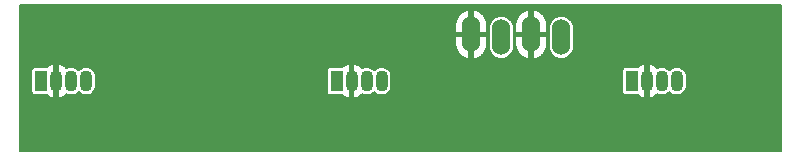
<source format=gbr>
G04 #@! TF.GenerationSoftware,KiCad,Pcbnew,(5.1.2)-2*
G04 #@! TF.CreationDate,2019-12-19T20:04:36-08:00*
G04 #@! TF.ProjectId,led_daughterboard,6c65645f-6461-4756-9768-746572626f61,rev?*
G04 #@! TF.SameCoordinates,Original*
G04 #@! TF.FileFunction,Copper,L2,Bot*
G04 #@! TF.FilePolarity,Positive*
%FSLAX46Y46*%
G04 Gerber Fmt 4.6, Leading zero omitted, Abs format (unit mm)*
G04 Created by KiCad (PCBNEW (5.1.2)-2) date 2019-12-19 20:04:36*
%MOMM*%
%LPD*%
G04 APERTURE LIST*
%ADD10O,1.524000X3.048000*%
%ADD11O,1.070000X1.800000*%
%ADD12R,1.070000X1.800000*%
%ADD13C,0.800000*%
%ADD14C,0.200000*%
G04 APERTURE END LIST*
D10*
X153270000Y-88654000D03*
X150730000Y-88400000D03*
X148190000Y-88654000D03*
X145650000Y-88400000D03*
D11*
X163060000Y-92350000D03*
X161790000Y-92350000D03*
X160520000Y-92350000D03*
D12*
X159250000Y-92350000D03*
D11*
X138060000Y-92350000D03*
X136790000Y-92350000D03*
X135520000Y-92350000D03*
D12*
X134250000Y-92350000D03*
D11*
X113060000Y-92350000D03*
X111790000Y-92350000D03*
X110520000Y-92350000D03*
D12*
X109250000Y-92350000D03*
D13*
X136875000Y-90625000D03*
X130525000Y-92150000D03*
X121275000Y-92000000D03*
X168900000Y-92250000D03*
X155500000Y-90825000D03*
D14*
G36*
X171925001Y-98275000D02*
G01*
X107475000Y-98275000D01*
X107475000Y-91450000D01*
X108413549Y-91450000D01*
X108413549Y-93250000D01*
X108419341Y-93308810D01*
X108436496Y-93365360D01*
X108464353Y-93417477D01*
X108501842Y-93463158D01*
X108547523Y-93500647D01*
X108599640Y-93528504D01*
X108656190Y-93545659D01*
X108715000Y-93551451D01*
X109734021Y-93551451D01*
X109820671Y-93632117D01*
X110013029Y-93750927D01*
X110190722Y-93809543D01*
X110366000Y-93693961D01*
X110366000Y-92504000D01*
X110346000Y-92504000D01*
X110346000Y-92196000D01*
X110366000Y-92196000D01*
X110366000Y-91006039D01*
X110674000Y-91006039D01*
X110674000Y-92196000D01*
X110694000Y-92196000D01*
X110694000Y-92504000D01*
X110674000Y-92504000D01*
X110674000Y-93693961D01*
X110849278Y-93809543D01*
X111026971Y-93750927D01*
X111219329Y-93632117D01*
X111384812Y-93478063D01*
X111401909Y-93454357D01*
X111468914Y-93490172D01*
X111626312Y-93537918D01*
X111790000Y-93554040D01*
X111953689Y-93537918D01*
X112111087Y-93490172D01*
X112256146Y-93412636D01*
X112383291Y-93308291D01*
X112425001Y-93257468D01*
X112466710Y-93308291D01*
X112593855Y-93412636D01*
X112738914Y-93490172D01*
X112896312Y-93537918D01*
X113060000Y-93554040D01*
X113223689Y-93537918D01*
X113381087Y-93490172D01*
X113526146Y-93412636D01*
X113653291Y-93308291D01*
X113757636Y-93181146D01*
X113835172Y-93036087D01*
X113882918Y-92878689D01*
X113895000Y-92756019D01*
X113895000Y-91943981D01*
X113882918Y-91821311D01*
X113835172Y-91663913D01*
X113757636Y-91518854D01*
X113701130Y-91450000D01*
X133413549Y-91450000D01*
X133413549Y-93250000D01*
X133419341Y-93308810D01*
X133436496Y-93365360D01*
X133464353Y-93417477D01*
X133501842Y-93463158D01*
X133547523Y-93500647D01*
X133599640Y-93528504D01*
X133656190Y-93545659D01*
X133715000Y-93551451D01*
X134734021Y-93551451D01*
X134820671Y-93632117D01*
X135013029Y-93750927D01*
X135190722Y-93809543D01*
X135366000Y-93693961D01*
X135366000Y-92504000D01*
X135346000Y-92504000D01*
X135346000Y-92196000D01*
X135366000Y-92196000D01*
X135366000Y-91006039D01*
X135674000Y-91006039D01*
X135674000Y-92196000D01*
X135694000Y-92196000D01*
X135694000Y-92504000D01*
X135674000Y-92504000D01*
X135674000Y-93693961D01*
X135849278Y-93809543D01*
X136026971Y-93750927D01*
X136219329Y-93632117D01*
X136384812Y-93478063D01*
X136401909Y-93454357D01*
X136468914Y-93490172D01*
X136626312Y-93537918D01*
X136790000Y-93554040D01*
X136953689Y-93537918D01*
X137111087Y-93490172D01*
X137256146Y-93412636D01*
X137383291Y-93308291D01*
X137425001Y-93257468D01*
X137466710Y-93308291D01*
X137593855Y-93412636D01*
X137738914Y-93490172D01*
X137896312Y-93537918D01*
X138060000Y-93554040D01*
X138223689Y-93537918D01*
X138381087Y-93490172D01*
X138526146Y-93412636D01*
X138653291Y-93308291D01*
X138757636Y-93181146D01*
X138835172Y-93036087D01*
X138882918Y-92878689D01*
X138895000Y-92756019D01*
X138895000Y-91943981D01*
X138882918Y-91821311D01*
X138835172Y-91663913D01*
X138757636Y-91518854D01*
X138701130Y-91450000D01*
X158413549Y-91450000D01*
X158413549Y-93250000D01*
X158419341Y-93308810D01*
X158436496Y-93365360D01*
X158464353Y-93417477D01*
X158501842Y-93463158D01*
X158547523Y-93500647D01*
X158599640Y-93528504D01*
X158656190Y-93545659D01*
X158715000Y-93551451D01*
X159734021Y-93551451D01*
X159820671Y-93632117D01*
X160013029Y-93750927D01*
X160190722Y-93809543D01*
X160366000Y-93693961D01*
X160366000Y-92504000D01*
X160346000Y-92504000D01*
X160346000Y-92196000D01*
X160366000Y-92196000D01*
X160366000Y-91006039D01*
X160674000Y-91006039D01*
X160674000Y-92196000D01*
X160694000Y-92196000D01*
X160694000Y-92504000D01*
X160674000Y-92504000D01*
X160674000Y-93693961D01*
X160849278Y-93809543D01*
X161026971Y-93750927D01*
X161219329Y-93632117D01*
X161384812Y-93478063D01*
X161401909Y-93454357D01*
X161468914Y-93490172D01*
X161626312Y-93537918D01*
X161790000Y-93554040D01*
X161953689Y-93537918D01*
X162111087Y-93490172D01*
X162256146Y-93412636D01*
X162383291Y-93308291D01*
X162425001Y-93257468D01*
X162466710Y-93308291D01*
X162593855Y-93412636D01*
X162738914Y-93490172D01*
X162896312Y-93537918D01*
X163060000Y-93554040D01*
X163223689Y-93537918D01*
X163381087Y-93490172D01*
X163526146Y-93412636D01*
X163653291Y-93308291D01*
X163757636Y-93181146D01*
X163835172Y-93036087D01*
X163882918Y-92878689D01*
X163895000Y-92756019D01*
X163895000Y-91943981D01*
X163882918Y-91821311D01*
X163835172Y-91663913D01*
X163757636Y-91518854D01*
X163653291Y-91391709D01*
X163526145Y-91287364D01*
X163381086Y-91209828D01*
X163223688Y-91162082D01*
X163060000Y-91145960D01*
X162896311Y-91162082D01*
X162738913Y-91209828D01*
X162593854Y-91287364D01*
X162466709Y-91391709D01*
X162425000Y-91442532D01*
X162383291Y-91391709D01*
X162256145Y-91287364D01*
X162111086Y-91209828D01*
X161953688Y-91162082D01*
X161790000Y-91145960D01*
X161626311Y-91162082D01*
X161468913Y-91209828D01*
X161401908Y-91245643D01*
X161384812Y-91221937D01*
X161219329Y-91067883D01*
X161026971Y-90949073D01*
X160849278Y-90890457D01*
X160674000Y-91006039D01*
X160366000Y-91006039D01*
X160190722Y-90890457D01*
X160013029Y-90949073D01*
X159820671Y-91067883D01*
X159734021Y-91148549D01*
X158715000Y-91148549D01*
X158656190Y-91154341D01*
X158599640Y-91171496D01*
X158547523Y-91199353D01*
X158501842Y-91236842D01*
X158464353Y-91282523D01*
X158436496Y-91334640D01*
X158419341Y-91391190D01*
X158413549Y-91450000D01*
X138701130Y-91450000D01*
X138653291Y-91391709D01*
X138526145Y-91287364D01*
X138381086Y-91209828D01*
X138223688Y-91162082D01*
X138060000Y-91145960D01*
X137896311Y-91162082D01*
X137738913Y-91209828D01*
X137593854Y-91287364D01*
X137466709Y-91391709D01*
X137425000Y-91442532D01*
X137383291Y-91391709D01*
X137256145Y-91287364D01*
X137111086Y-91209828D01*
X136953688Y-91162082D01*
X136790000Y-91145960D01*
X136626311Y-91162082D01*
X136468913Y-91209828D01*
X136401908Y-91245643D01*
X136384812Y-91221937D01*
X136219329Y-91067883D01*
X136026971Y-90949073D01*
X135849278Y-90890457D01*
X135674000Y-91006039D01*
X135366000Y-91006039D01*
X135190722Y-90890457D01*
X135013029Y-90949073D01*
X134820671Y-91067883D01*
X134734021Y-91148549D01*
X133715000Y-91148549D01*
X133656190Y-91154341D01*
X133599640Y-91171496D01*
X133547523Y-91199353D01*
X133501842Y-91236842D01*
X133464353Y-91282523D01*
X133436496Y-91334640D01*
X133419341Y-91391190D01*
X133413549Y-91450000D01*
X113701130Y-91450000D01*
X113653291Y-91391709D01*
X113526145Y-91287364D01*
X113381086Y-91209828D01*
X113223688Y-91162082D01*
X113060000Y-91145960D01*
X112896311Y-91162082D01*
X112738913Y-91209828D01*
X112593854Y-91287364D01*
X112466709Y-91391709D01*
X112425000Y-91442532D01*
X112383291Y-91391709D01*
X112256145Y-91287364D01*
X112111086Y-91209828D01*
X111953688Y-91162082D01*
X111790000Y-91145960D01*
X111626311Y-91162082D01*
X111468913Y-91209828D01*
X111401908Y-91245643D01*
X111384812Y-91221937D01*
X111219329Y-91067883D01*
X111026971Y-90949073D01*
X110849278Y-90890457D01*
X110674000Y-91006039D01*
X110366000Y-91006039D01*
X110190722Y-90890457D01*
X110013029Y-90949073D01*
X109820671Y-91067883D01*
X109734021Y-91148549D01*
X108715000Y-91148549D01*
X108656190Y-91154341D01*
X108599640Y-91171496D01*
X108547523Y-91199353D01*
X108501842Y-91236842D01*
X108464353Y-91282523D01*
X108436496Y-91334640D01*
X108419341Y-91391190D01*
X108413549Y-91450000D01*
X107475000Y-91450000D01*
X107475000Y-88554000D01*
X144280000Y-88554000D01*
X144280000Y-89316000D01*
X144336368Y-89580315D01*
X144443218Y-89828554D01*
X144596444Y-90051178D01*
X144790158Y-90239631D01*
X145016915Y-90386671D01*
X145284939Y-90482466D01*
X145496000Y-90370225D01*
X145496000Y-88554000D01*
X145804000Y-88554000D01*
X145804000Y-90370225D01*
X146015061Y-90482466D01*
X146283085Y-90386671D01*
X146509842Y-90239631D01*
X146703556Y-90051178D01*
X146856782Y-89828554D01*
X146963632Y-89580315D01*
X147020000Y-89316000D01*
X147020000Y-88554000D01*
X145804000Y-88554000D01*
X145496000Y-88554000D01*
X144280000Y-88554000D01*
X107475000Y-88554000D01*
X107475000Y-87484000D01*
X144280000Y-87484000D01*
X144280000Y-88246000D01*
X145496000Y-88246000D01*
X145496000Y-86429775D01*
X145804000Y-86429775D01*
X145804000Y-88246000D01*
X147020000Y-88246000D01*
X147020000Y-87839834D01*
X147128000Y-87839834D01*
X147128000Y-89468165D01*
X147143367Y-89624187D01*
X147204093Y-89824375D01*
X147302707Y-90008870D01*
X147435419Y-90170581D01*
X147597130Y-90303293D01*
X147781624Y-90401907D01*
X147981812Y-90462633D01*
X148190000Y-90483138D01*
X148398187Y-90462633D01*
X148598375Y-90401907D01*
X148782870Y-90303293D01*
X148944581Y-90170581D01*
X149077293Y-90008870D01*
X149175907Y-89824376D01*
X149236633Y-89624188D01*
X149252000Y-89468166D01*
X149252000Y-88554000D01*
X149360000Y-88554000D01*
X149360000Y-89316000D01*
X149416368Y-89580315D01*
X149523218Y-89828554D01*
X149676444Y-90051178D01*
X149870158Y-90239631D01*
X150096915Y-90386671D01*
X150364939Y-90482466D01*
X150576000Y-90370225D01*
X150576000Y-88554000D01*
X150884000Y-88554000D01*
X150884000Y-90370225D01*
X151095061Y-90482466D01*
X151363085Y-90386671D01*
X151589842Y-90239631D01*
X151783556Y-90051178D01*
X151936782Y-89828554D01*
X152043632Y-89580315D01*
X152100000Y-89316000D01*
X152100000Y-88554000D01*
X150884000Y-88554000D01*
X150576000Y-88554000D01*
X149360000Y-88554000D01*
X149252000Y-88554000D01*
X149252000Y-87839834D01*
X149236633Y-87683812D01*
X149176022Y-87484000D01*
X149360000Y-87484000D01*
X149360000Y-88246000D01*
X150576000Y-88246000D01*
X150576000Y-86429775D01*
X150884000Y-86429775D01*
X150884000Y-88246000D01*
X152100000Y-88246000D01*
X152100000Y-87839834D01*
X152208000Y-87839834D01*
X152208000Y-89468165D01*
X152223367Y-89624187D01*
X152284093Y-89824375D01*
X152382707Y-90008870D01*
X152515419Y-90170581D01*
X152677130Y-90303293D01*
X152861624Y-90401907D01*
X153061812Y-90462633D01*
X153270000Y-90483138D01*
X153478187Y-90462633D01*
X153678375Y-90401907D01*
X153862870Y-90303293D01*
X154024581Y-90170581D01*
X154157293Y-90008870D01*
X154255907Y-89824376D01*
X154316633Y-89624188D01*
X154332000Y-89468166D01*
X154332000Y-87839834D01*
X154316633Y-87683812D01*
X154255907Y-87483624D01*
X154157293Y-87299130D01*
X154024581Y-87137419D01*
X153862870Y-87004707D01*
X153678376Y-86906093D01*
X153478188Y-86845367D01*
X153270000Y-86824862D01*
X153061813Y-86845367D01*
X152861625Y-86906093D01*
X152677131Y-87004707D01*
X152515420Y-87137419D01*
X152382708Y-87299130D01*
X152284094Y-87483624D01*
X152223368Y-87683812D01*
X152208000Y-87839834D01*
X152100000Y-87839834D01*
X152100000Y-87484000D01*
X152043632Y-87219685D01*
X151936782Y-86971446D01*
X151783556Y-86748822D01*
X151589842Y-86560369D01*
X151363085Y-86413329D01*
X151095061Y-86317534D01*
X150884000Y-86429775D01*
X150576000Y-86429775D01*
X150364939Y-86317534D01*
X150096915Y-86413329D01*
X149870158Y-86560369D01*
X149676444Y-86748822D01*
X149523218Y-86971446D01*
X149416368Y-87219685D01*
X149360000Y-87484000D01*
X149176022Y-87484000D01*
X149175907Y-87483624D01*
X149077293Y-87299130D01*
X148944581Y-87137419D01*
X148782870Y-87004707D01*
X148598376Y-86906093D01*
X148398188Y-86845367D01*
X148190000Y-86824862D01*
X147981813Y-86845367D01*
X147781625Y-86906093D01*
X147597131Y-87004707D01*
X147435420Y-87137419D01*
X147302708Y-87299130D01*
X147204094Y-87483624D01*
X147143368Y-87683812D01*
X147128000Y-87839834D01*
X147020000Y-87839834D01*
X147020000Y-87484000D01*
X146963632Y-87219685D01*
X146856782Y-86971446D01*
X146703556Y-86748822D01*
X146509842Y-86560369D01*
X146283085Y-86413329D01*
X146015061Y-86317534D01*
X145804000Y-86429775D01*
X145496000Y-86429775D01*
X145284939Y-86317534D01*
X145016915Y-86413329D01*
X144790158Y-86560369D01*
X144596444Y-86748822D01*
X144443218Y-86971446D01*
X144336368Y-87219685D01*
X144280000Y-87484000D01*
X107475000Y-87484000D01*
X107475000Y-85900000D01*
X171925000Y-85900000D01*
X171925001Y-98275000D01*
X171925001Y-98275000D01*
G37*
X171925001Y-98275000D02*
X107475000Y-98275000D01*
X107475000Y-91450000D01*
X108413549Y-91450000D01*
X108413549Y-93250000D01*
X108419341Y-93308810D01*
X108436496Y-93365360D01*
X108464353Y-93417477D01*
X108501842Y-93463158D01*
X108547523Y-93500647D01*
X108599640Y-93528504D01*
X108656190Y-93545659D01*
X108715000Y-93551451D01*
X109734021Y-93551451D01*
X109820671Y-93632117D01*
X110013029Y-93750927D01*
X110190722Y-93809543D01*
X110366000Y-93693961D01*
X110366000Y-92504000D01*
X110346000Y-92504000D01*
X110346000Y-92196000D01*
X110366000Y-92196000D01*
X110366000Y-91006039D01*
X110674000Y-91006039D01*
X110674000Y-92196000D01*
X110694000Y-92196000D01*
X110694000Y-92504000D01*
X110674000Y-92504000D01*
X110674000Y-93693961D01*
X110849278Y-93809543D01*
X111026971Y-93750927D01*
X111219329Y-93632117D01*
X111384812Y-93478063D01*
X111401909Y-93454357D01*
X111468914Y-93490172D01*
X111626312Y-93537918D01*
X111790000Y-93554040D01*
X111953689Y-93537918D01*
X112111087Y-93490172D01*
X112256146Y-93412636D01*
X112383291Y-93308291D01*
X112425001Y-93257468D01*
X112466710Y-93308291D01*
X112593855Y-93412636D01*
X112738914Y-93490172D01*
X112896312Y-93537918D01*
X113060000Y-93554040D01*
X113223689Y-93537918D01*
X113381087Y-93490172D01*
X113526146Y-93412636D01*
X113653291Y-93308291D01*
X113757636Y-93181146D01*
X113835172Y-93036087D01*
X113882918Y-92878689D01*
X113895000Y-92756019D01*
X113895000Y-91943981D01*
X113882918Y-91821311D01*
X113835172Y-91663913D01*
X113757636Y-91518854D01*
X113701130Y-91450000D01*
X133413549Y-91450000D01*
X133413549Y-93250000D01*
X133419341Y-93308810D01*
X133436496Y-93365360D01*
X133464353Y-93417477D01*
X133501842Y-93463158D01*
X133547523Y-93500647D01*
X133599640Y-93528504D01*
X133656190Y-93545659D01*
X133715000Y-93551451D01*
X134734021Y-93551451D01*
X134820671Y-93632117D01*
X135013029Y-93750927D01*
X135190722Y-93809543D01*
X135366000Y-93693961D01*
X135366000Y-92504000D01*
X135346000Y-92504000D01*
X135346000Y-92196000D01*
X135366000Y-92196000D01*
X135366000Y-91006039D01*
X135674000Y-91006039D01*
X135674000Y-92196000D01*
X135694000Y-92196000D01*
X135694000Y-92504000D01*
X135674000Y-92504000D01*
X135674000Y-93693961D01*
X135849278Y-93809543D01*
X136026971Y-93750927D01*
X136219329Y-93632117D01*
X136384812Y-93478063D01*
X136401909Y-93454357D01*
X136468914Y-93490172D01*
X136626312Y-93537918D01*
X136790000Y-93554040D01*
X136953689Y-93537918D01*
X137111087Y-93490172D01*
X137256146Y-93412636D01*
X137383291Y-93308291D01*
X137425001Y-93257468D01*
X137466710Y-93308291D01*
X137593855Y-93412636D01*
X137738914Y-93490172D01*
X137896312Y-93537918D01*
X138060000Y-93554040D01*
X138223689Y-93537918D01*
X138381087Y-93490172D01*
X138526146Y-93412636D01*
X138653291Y-93308291D01*
X138757636Y-93181146D01*
X138835172Y-93036087D01*
X138882918Y-92878689D01*
X138895000Y-92756019D01*
X138895000Y-91943981D01*
X138882918Y-91821311D01*
X138835172Y-91663913D01*
X138757636Y-91518854D01*
X138701130Y-91450000D01*
X158413549Y-91450000D01*
X158413549Y-93250000D01*
X158419341Y-93308810D01*
X158436496Y-93365360D01*
X158464353Y-93417477D01*
X158501842Y-93463158D01*
X158547523Y-93500647D01*
X158599640Y-93528504D01*
X158656190Y-93545659D01*
X158715000Y-93551451D01*
X159734021Y-93551451D01*
X159820671Y-93632117D01*
X160013029Y-93750927D01*
X160190722Y-93809543D01*
X160366000Y-93693961D01*
X160366000Y-92504000D01*
X160346000Y-92504000D01*
X160346000Y-92196000D01*
X160366000Y-92196000D01*
X160366000Y-91006039D01*
X160674000Y-91006039D01*
X160674000Y-92196000D01*
X160694000Y-92196000D01*
X160694000Y-92504000D01*
X160674000Y-92504000D01*
X160674000Y-93693961D01*
X160849278Y-93809543D01*
X161026971Y-93750927D01*
X161219329Y-93632117D01*
X161384812Y-93478063D01*
X161401909Y-93454357D01*
X161468914Y-93490172D01*
X161626312Y-93537918D01*
X161790000Y-93554040D01*
X161953689Y-93537918D01*
X162111087Y-93490172D01*
X162256146Y-93412636D01*
X162383291Y-93308291D01*
X162425001Y-93257468D01*
X162466710Y-93308291D01*
X162593855Y-93412636D01*
X162738914Y-93490172D01*
X162896312Y-93537918D01*
X163060000Y-93554040D01*
X163223689Y-93537918D01*
X163381087Y-93490172D01*
X163526146Y-93412636D01*
X163653291Y-93308291D01*
X163757636Y-93181146D01*
X163835172Y-93036087D01*
X163882918Y-92878689D01*
X163895000Y-92756019D01*
X163895000Y-91943981D01*
X163882918Y-91821311D01*
X163835172Y-91663913D01*
X163757636Y-91518854D01*
X163653291Y-91391709D01*
X163526145Y-91287364D01*
X163381086Y-91209828D01*
X163223688Y-91162082D01*
X163060000Y-91145960D01*
X162896311Y-91162082D01*
X162738913Y-91209828D01*
X162593854Y-91287364D01*
X162466709Y-91391709D01*
X162425000Y-91442532D01*
X162383291Y-91391709D01*
X162256145Y-91287364D01*
X162111086Y-91209828D01*
X161953688Y-91162082D01*
X161790000Y-91145960D01*
X161626311Y-91162082D01*
X161468913Y-91209828D01*
X161401908Y-91245643D01*
X161384812Y-91221937D01*
X161219329Y-91067883D01*
X161026971Y-90949073D01*
X160849278Y-90890457D01*
X160674000Y-91006039D01*
X160366000Y-91006039D01*
X160190722Y-90890457D01*
X160013029Y-90949073D01*
X159820671Y-91067883D01*
X159734021Y-91148549D01*
X158715000Y-91148549D01*
X158656190Y-91154341D01*
X158599640Y-91171496D01*
X158547523Y-91199353D01*
X158501842Y-91236842D01*
X158464353Y-91282523D01*
X158436496Y-91334640D01*
X158419341Y-91391190D01*
X158413549Y-91450000D01*
X138701130Y-91450000D01*
X138653291Y-91391709D01*
X138526145Y-91287364D01*
X138381086Y-91209828D01*
X138223688Y-91162082D01*
X138060000Y-91145960D01*
X137896311Y-91162082D01*
X137738913Y-91209828D01*
X137593854Y-91287364D01*
X137466709Y-91391709D01*
X137425000Y-91442532D01*
X137383291Y-91391709D01*
X137256145Y-91287364D01*
X137111086Y-91209828D01*
X136953688Y-91162082D01*
X136790000Y-91145960D01*
X136626311Y-91162082D01*
X136468913Y-91209828D01*
X136401908Y-91245643D01*
X136384812Y-91221937D01*
X136219329Y-91067883D01*
X136026971Y-90949073D01*
X135849278Y-90890457D01*
X135674000Y-91006039D01*
X135366000Y-91006039D01*
X135190722Y-90890457D01*
X135013029Y-90949073D01*
X134820671Y-91067883D01*
X134734021Y-91148549D01*
X133715000Y-91148549D01*
X133656190Y-91154341D01*
X133599640Y-91171496D01*
X133547523Y-91199353D01*
X133501842Y-91236842D01*
X133464353Y-91282523D01*
X133436496Y-91334640D01*
X133419341Y-91391190D01*
X133413549Y-91450000D01*
X113701130Y-91450000D01*
X113653291Y-91391709D01*
X113526145Y-91287364D01*
X113381086Y-91209828D01*
X113223688Y-91162082D01*
X113060000Y-91145960D01*
X112896311Y-91162082D01*
X112738913Y-91209828D01*
X112593854Y-91287364D01*
X112466709Y-91391709D01*
X112425000Y-91442532D01*
X112383291Y-91391709D01*
X112256145Y-91287364D01*
X112111086Y-91209828D01*
X111953688Y-91162082D01*
X111790000Y-91145960D01*
X111626311Y-91162082D01*
X111468913Y-91209828D01*
X111401908Y-91245643D01*
X111384812Y-91221937D01*
X111219329Y-91067883D01*
X111026971Y-90949073D01*
X110849278Y-90890457D01*
X110674000Y-91006039D01*
X110366000Y-91006039D01*
X110190722Y-90890457D01*
X110013029Y-90949073D01*
X109820671Y-91067883D01*
X109734021Y-91148549D01*
X108715000Y-91148549D01*
X108656190Y-91154341D01*
X108599640Y-91171496D01*
X108547523Y-91199353D01*
X108501842Y-91236842D01*
X108464353Y-91282523D01*
X108436496Y-91334640D01*
X108419341Y-91391190D01*
X108413549Y-91450000D01*
X107475000Y-91450000D01*
X107475000Y-88554000D01*
X144280000Y-88554000D01*
X144280000Y-89316000D01*
X144336368Y-89580315D01*
X144443218Y-89828554D01*
X144596444Y-90051178D01*
X144790158Y-90239631D01*
X145016915Y-90386671D01*
X145284939Y-90482466D01*
X145496000Y-90370225D01*
X145496000Y-88554000D01*
X145804000Y-88554000D01*
X145804000Y-90370225D01*
X146015061Y-90482466D01*
X146283085Y-90386671D01*
X146509842Y-90239631D01*
X146703556Y-90051178D01*
X146856782Y-89828554D01*
X146963632Y-89580315D01*
X147020000Y-89316000D01*
X147020000Y-88554000D01*
X145804000Y-88554000D01*
X145496000Y-88554000D01*
X144280000Y-88554000D01*
X107475000Y-88554000D01*
X107475000Y-87484000D01*
X144280000Y-87484000D01*
X144280000Y-88246000D01*
X145496000Y-88246000D01*
X145496000Y-86429775D01*
X145804000Y-86429775D01*
X145804000Y-88246000D01*
X147020000Y-88246000D01*
X147020000Y-87839834D01*
X147128000Y-87839834D01*
X147128000Y-89468165D01*
X147143367Y-89624187D01*
X147204093Y-89824375D01*
X147302707Y-90008870D01*
X147435419Y-90170581D01*
X147597130Y-90303293D01*
X147781624Y-90401907D01*
X147981812Y-90462633D01*
X148190000Y-90483138D01*
X148398187Y-90462633D01*
X148598375Y-90401907D01*
X148782870Y-90303293D01*
X148944581Y-90170581D01*
X149077293Y-90008870D01*
X149175907Y-89824376D01*
X149236633Y-89624188D01*
X149252000Y-89468166D01*
X149252000Y-88554000D01*
X149360000Y-88554000D01*
X149360000Y-89316000D01*
X149416368Y-89580315D01*
X149523218Y-89828554D01*
X149676444Y-90051178D01*
X149870158Y-90239631D01*
X150096915Y-90386671D01*
X150364939Y-90482466D01*
X150576000Y-90370225D01*
X150576000Y-88554000D01*
X150884000Y-88554000D01*
X150884000Y-90370225D01*
X151095061Y-90482466D01*
X151363085Y-90386671D01*
X151589842Y-90239631D01*
X151783556Y-90051178D01*
X151936782Y-89828554D01*
X152043632Y-89580315D01*
X152100000Y-89316000D01*
X152100000Y-88554000D01*
X150884000Y-88554000D01*
X150576000Y-88554000D01*
X149360000Y-88554000D01*
X149252000Y-88554000D01*
X149252000Y-87839834D01*
X149236633Y-87683812D01*
X149176022Y-87484000D01*
X149360000Y-87484000D01*
X149360000Y-88246000D01*
X150576000Y-88246000D01*
X150576000Y-86429775D01*
X150884000Y-86429775D01*
X150884000Y-88246000D01*
X152100000Y-88246000D01*
X152100000Y-87839834D01*
X152208000Y-87839834D01*
X152208000Y-89468165D01*
X152223367Y-89624187D01*
X152284093Y-89824375D01*
X152382707Y-90008870D01*
X152515419Y-90170581D01*
X152677130Y-90303293D01*
X152861624Y-90401907D01*
X153061812Y-90462633D01*
X153270000Y-90483138D01*
X153478187Y-90462633D01*
X153678375Y-90401907D01*
X153862870Y-90303293D01*
X154024581Y-90170581D01*
X154157293Y-90008870D01*
X154255907Y-89824376D01*
X154316633Y-89624188D01*
X154332000Y-89468166D01*
X154332000Y-87839834D01*
X154316633Y-87683812D01*
X154255907Y-87483624D01*
X154157293Y-87299130D01*
X154024581Y-87137419D01*
X153862870Y-87004707D01*
X153678376Y-86906093D01*
X153478188Y-86845367D01*
X153270000Y-86824862D01*
X153061813Y-86845367D01*
X152861625Y-86906093D01*
X152677131Y-87004707D01*
X152515420Y-87137419D01*
X152382708Y-87299130D01*
X152284094Y-87483624D01*
X152223368Y-87683812D01*
X152208000Y-87839834D01*
X152100000Y-87839834D01*
X152100000Y-87484000D01*
X152043632Y-87219685D01*
X151936782Y-86971446D01*
X151783556Y-86748822D01*
X151589842Y-86560369D01*
X151363085Y-86413329D01*
X151095061Y-86317534D01*
X150884000Y-86429775D01*
X150576000Y-86429775D01*
X150364939Y-86317534D01*
X150096915Y-86413329D01*
X149870158Y-86560369D01*
X149676444Y-86748822D01*
X149523218Y-86971446D01*
X149416368Y-87219685D01*
X149360000Y-87484000D01*
X149176022Y-87484000D01*
X149175907Y-87483624D01*
X149077293Y-87299130D01*
X148944581Y-87137419D01*
X148782870Y-87004707D01*
X148598376Y-86906093D01*
X148398188Y-86845367D01*
X148190000Y-86824862D01*
X147981813Y-86845367D01*
X147781625Y-86906093D01*
X147597131Y-87004707D01*
X147435420Y-87137419D01*
X147302708Y-87299130D01*
X147204094Y-87483624D01*
X147143368Y-87683812D01*
X147128000Y-87839834D01*
X147020000Y-87839834D01*
X147020000Y-87484000D01*
X146963632Y-87219685D01*
X146856782Y-86971446D01*
X146703556Y-86748822D01*
X146509842Y-86560369D01*
X146283085Y-86413329D01*
X146015061Y-86317534D01*
X145804000Y-86429775D01*
X145496000Y-86429775D01*
X145284939Y-86317534D01*
X145016915Y-86413329D01*
X144790158Y-86560369D01*
X144596444Y-86748822D01*
X144443218Y-86971446D01*
X144336368Y-87219685D01*
X144280000Y-87484000D01*
X107475000Y-87484000D01*
X107475000Y-85900000D01*
X171925000Y-85900000D01*
X171925001Y-98275000D01*
M02*

</source>
